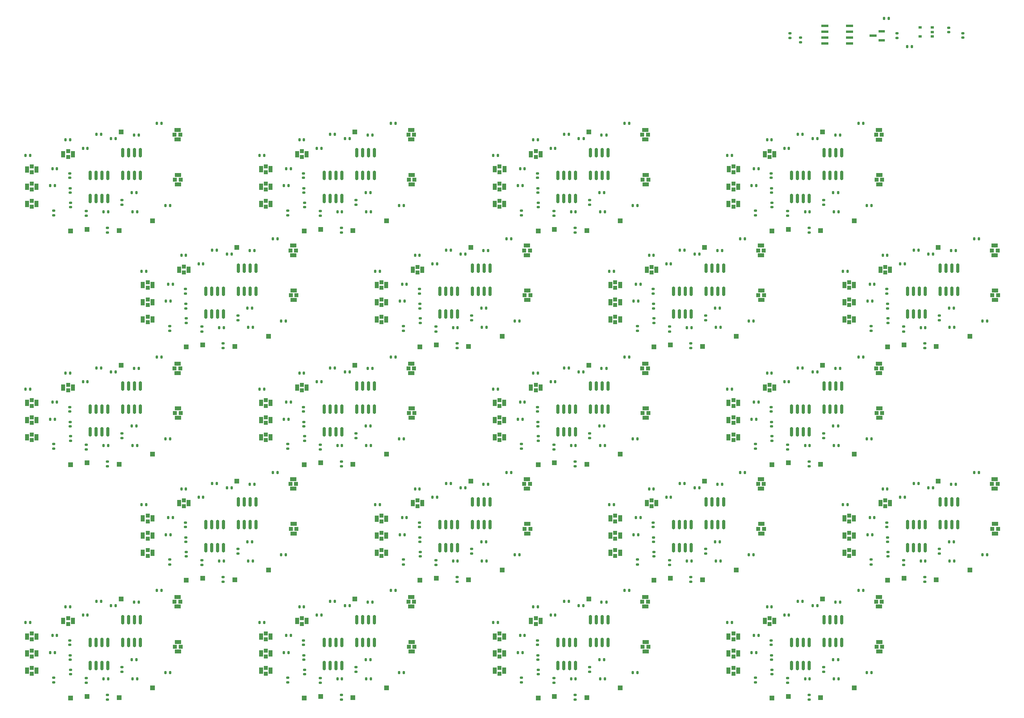
<source format=gbr>
%TF.GenerationSoftware,KiCad,Pcbnew,7.0.2*%
%TF.CreationDate,2023-07-28T09:12:55+01:00*%
%TF.ProjectId,Air quality project,41697220-7175-4616-9c69-74792070726f,rev?*%
%TF.SameCoordinates,Original*%
%TF.FileFunction,Paste,Bot*%
%TF.FilePolarity,Positive*%
%FSLAX46Y46*%
G04 Gerber Fmt 4.6, Leading zero omitted, Abs format (unit mm)*
G04 Created by KiCad (PCBNEW 7.0.2) date 2023-07-28 09:12:55*
%MOMM*%
%LPD*%
G01*
G04 APERTURE LIST*
G04 Aperture macros list*
%AMRoundRect*
0 Rectangle with rounded corners*
0 $1 Rounding radius*
0 $2 $3 $4 $5 $6 $7 $8 $9 X,Y pos of 4 corners*
0 Add a 4 corners polygon primitive as box body*
4,1,4,$2,$3,$4,$5,$6,$7,$8,$9,$2,$3,0*
0 Add four circle primitives for the rounded corners*
1,1,$1+$1,$2,$3*
1,1,$1+$1,$4,$5*
1,1,$1+$1,$6,$7*
1,1,$1+$1,$8,$9*
0 Add four rect primitives between the rounded corners*
20,1,$1+$1,$2,$3,$4,$5,0*
20,1,$1+$1,$4,$5,$6,$7,0*
20,1,$1+$1,$6,$7,$8,$9,0*
20,1,$1+$1,$8,$9,$2,$3,0*%
G04 Aperture macros list end*
%ADD10R,1.000000X1.000000*%
%ADD11RoundRect,0.135000X0.135000X0.185000X-0.135000X0.185000X-0.135000X-0.185000X0.135000X-0.185000X0*%
%ADD12RoundRect,0.135000X-0.135000X-0.185000X0.135000X-0.185000X0.135000X0.185000X-0.135000X0.185000X0*%
%ADD13RoundRect,0.140000X0.170000X-0.140000X0.170000X0.140000X-0.170000X0.140000X-0.170000X-0.140000X0*%
%ADD14R,0.863600X1.346200*%
%ADD15R,0.812800X0.812800*%
%ADD16R,1.346200X0.863600*%
%ADD17RoundRect,0.135000X0.185000X-0.135000X0.185000X0.135000X-0.185000X0.135000X-0.185000X-0.135000X0*%
%ADD18RoundRect,0.150000X-0.150000X0.825000X-0.150000X-0.825000X0.150000X-0.825000X0.150000X0.825000X0*%
%ADD19RoundRect,0.140000X-0.170000X0.140000X-0.170000X-0.140000X0.170000X-0.140000X0.170000X0.140000X0*%
%ADD20RoundRect,0.150000X0.150000X-0.825000X0.150000X0.825000X-0.150000X0.825000X-0.150000X-0.825000X0*%
%ADD21RoundRect,0.140000X0.140000X0.170000X-0.140000X0.170000X-0.140000X-0.170000X0.140000X-0.170000X0*%
%ADD22RoundRect,0.135000X-0.185000X0.135000X-0.185000X-0.135000X0.185000X-0.135000X0.185000X0.135000X0*%
%ADD23R,1.549400X0.558800*%
%ADD24R,0.800001X0.549999*%
%ADD25R,1.320800X0.558800*%
%ADD26R,1.587500X0.558800*%
G04 APERTURE END LIST*
D10*
%TO.C,TP4_17*%
X193170000Y-123290000D03*
%TD*%
D11*
%TO.C,R10_5*%
X81390000Y-127490000D03*
X80370000Y-127490000D03*
%TD*%
%TO.C,R11_4*%
X80930000Y-89450000D03*
X79910000Y-89450000D03*
%TD*%
D10*
%TO.C,TP5_8*%
X95710000Y-173380000D03*
%TD*%
D11*
%TO.C,R15_7*%
X88800000Y-113450000D03*
X87780000Y-113450000D03*
%TD*%
D10*
%TO.C,TP3_18*%
X204100000Y-152320000D03*
%TD*%
D11*
%TO.C,R3*%
X218400000Y-26810000D03*
X217380000Y-26810000D03*
%TD*%
D12*
%TO.C,R14_11*%
X148270000Y-51880000D03*
X149290000Y-51880000D03*
%TD*%
D13*
%TO.C,C6_17*%
X193010000Y-111780000D03*
X193010000Y-110820000D03*
%TD*%
D14*
%TO.C,U3_5*%
X59360000Y-138650000D03*
X57302600Y-138650000D03*
D15*
X58331300Y-138027700D03*
X58331300Y-139272300D03*
%TD*%
D16*
%TO.C,U37_3*%
X64860000Y-161620000D03*
X64860000Y-163677400D03*
D15*
X64237700Y-162648700D03*
X65482300Y-162648700D03*
%TD*%
D11*
%TO.C,R11_14*%
X181930000Y-89450000D03*
X180910000Y-89450000D03*
%TD*%
D10*
%TO.C,TP1_20*%
X235920000Y-146040000D03*
%TD*%
D17*
%TO.C,R9_14*%
X175670000Y-98110000D03*
X175670000Y-97090000D03*
%TD*%
D11*
%TO.C,R5_15*%
X189160000Y-142740000D03*
X188140000Y-142740000D03*
%TD*%
D14*
%TO.C,U40_9*%
X109860000Y-91880000D03*
X107802600Y-91880000D03*
D15*
X108831300Y-91257700D03*
X108831300Y-92502300D03*
%TD*%
D11*
%TO.C,R15_3*%
X38300000Y-163950000D03*
X37280000Y-163950000D03*
%TD*%
D18*
%TO.C,U2_1*%
X52960000Y-55800000D03*
X54230000Y-55800000D03*
X55500000Y-55800000D03*
X56770000Y-55800000D03*
X56770000Y-60750000D03*
X55500000Y-60750000D03*
X54230000Y-60750000D03*
X52960000Y-60750000D03*
%TD*%
D13*
%TO.C,C5_13*%
X142600000Y-165490000D03*
X142600000Y-164530000D03*
%TD*%
D10*
%TO.C,TP1_3*%
X59420000Y-171540000D03*
%TD*%
D12*
%TO.C,R4_15*%
X186340000Y-124980000D03*
X187360000Y-124980000D03*
%TD*%
D16*
%TO.C,U37_2*%
X64860000Y-111120000D03*
X64860000Y-113177400D03*
D15*
X64237700Y-112148700D03*
X65482300Y-112148700D03*
%TD*%
D17*
%TO.C,R8_15*%
X171090000Y-144970000D03*
X171090000Y-143950000D03*
%TD*%
D14*
%TO.C,U39_9*%
X109860000Y-84440000D03*
X107802600Y-84440000D03*
D15*
X108831300Y-83817700D03*
X108831300Y-85062300D03*
%TD*%
D10*
%TO.C,TP1_11*%
X160420000Y-70540000D03*
%TD*%
D12*
%TO.C,R14_17*%
X198770000Y-102380000D03*
X199790000Y-102380000D03*
%TD*%
D19*
%TO.C,C4_10*%
X117200000Y-142160000D03*
X117200000Y-143120000D03*
%TD*%
D12*
%TO.C,R6_12*%
X151450000Y-103270000D03*
X152470000Y-103270000D03*
%TD*%
D17*
%TO.C,R9_15*%
X175670000Y-148610000D03*
X175670000Y-147590000D03*
%TD*%
D16*
%TO.C,U36_2*%
X64780000Y-101420000D03*
X64780000Y-103477400D03*
D15*
X64157700Y-102448700D03*
X65402300Y-102448700D03*
%TD*%
D12*
%TO.C,R14_12*%
X148270000Y-102380000D03*
X149290000Y-102380000D03*
%TD*%
D10*
%TO.C,TP3_11*%
X153600000Y-51320000D03*
%TD*%
%TO.C,TP2_14*%
X178170000Y-97710000D03*
%TD*%
D11*
%TO.C,R10_17*%
X207890000Y-102490000D03*
X206870000Y-102490000D03*
%TD*%
D17*
%TO.C,R8_7*%
X95590000Y-119970000D03*
X95590000Y-118950000D03*
%TD*%
D20*
%TO.C,U4_5*%
X74740000Y-141210000D03*
X73470000Y-141210000D03*
X72200000Y-141210000D03*
X70930000Y-141210000D03*
X70930000Y-136260000D03*
X72200000Y-136260000D03*
X73470000Y-136260000D03*
X74740000Y-136260000D03*
%TD*%
D12*
%TO.C,R16_14*%
X157990000Y-81450000D03*
X159010000Y-81450000D03*
%TD*%
D14*
%TO.C,U40_2*%
X34360000Y-117370000D03*
X32302600Y-117370000D03*
D15*
X33331300Y-116747700D03*
X33331300Y-117992300D03*
%TD*%
D10*
%TO.C,TP3_14*%
X178600000Y-76320000D03*
%TD*%
D11*
%TO.C,R5_2*%
X63160000Y-117740000D03*
X62140000Y-117740000D03*
%TD*%
%TO.C,R10_8*%
X106890000Y-152990000D03*
X105870000Y-152990000D03*
%TD*%
D12*
%TO.C,R6_18*%
X201950000Y-153770000D03*
X202970000Y-153770000D03*
%TD*%
D18*
%TO.C,U2_6*%
X103460000Y-55800000D03*
X104730000Y-55800000D03*
X106000000Y-55800000D03*
X107270000Y-55800000D03*
X107270000Y-60750000D03*
X106000000Y-60750000D03*
X104730000Y-60750000D03*
X103460000Y-60750000D03*
%TD*%
D21*
%TO.C,C8_7*%
X92080000Y-103510000D03*
X91120000Y-103510000D03*
%TD*%
D10*
%TO.C,TP3_5*%
X77600000Y-126820000D03*
%TD*%
D14*
%TO.C,U3_13*%
X135360000Y-164150000D03*
X133302600Y-164150000D03*
D15*
X134331300Y-163527700D03*
X134331300Y-164772300D03*
%TD*%
D17*
%TO.C,R9_4*%
X74670000Y-98110000D03*
X74670000Y-97090000D03*
%TD*%
D19*
%TO.C,C4_12*%
X142700000Y-117160000D03*
X142700000Y-118120000D03*
%TD*%
D20*
%TO.C,U4_9*%
X125240000Y-90710000D03*
X123970000Y-90710000D03*
X122700000Y-90710000D03*
X121430000Y-90710000D03*
X121430000Y-85760000D03*
X122700000Y-85760000D03*
X123970000Y-85760000D03*
X125240000Y-85760000D03*
%TD*%
D12*
%TO.C,R4_11*%
X161340000Y-49480000D03*
X162360000Y-49480000D03*
%TD*%
%TO.C,R4_2*%
X60340000Y-99980000D03*
X61360000Y-99980000D03*
%TD*%
D10*
%TO.C,TP4_10*%
X117170000Y-148290000D03*
%TD*%
D13*
%TO.C,C6_10*%
X117010000Y-136780000D03*
X117010000Y-135820000D03*
%TD*%
D10*
%TO.C,TP4_3*%
X41670000Y-173790000D03*
%TD*%
D11*
%TO.C,R5_17*%
X214660000Y-117740000D03*
X213640000Y-117740000D03*
%TD*%
D14*
%TO.C,U38_7*%
X92678700Y-106622300D03*
X90621300Y-106622300D03*
D15*
X91650000Y-106000000D03*
X91650000Y-107244600D03*
%TD*%
D16*
%TO.C,U36_1*%
X64780000Y-50920000D03*
X64780000Y-52977400D03*
D15*
X64157700Y-51948700D03*
X65402300Y-51948700D03*
%TD*%
D10*
%TO.C,TP4_9*%
X117170000Y-97790000D03*
%TD*%
D14*
%TO.C,U3_6*%
X84858700Y-63157700D03*
X82801300Y-63157700D03*
D15*
X83830000Y-62535400D03*
X83830000Y-63780000D03*
%TD*%
D11*
%TO.C,R10_7*%
X106890000Y-102490000D03*
X105870000Y-102490000D03*
%TD*%
D21*
%TO.C,C9_11*%
X146340000Y-54850000D03*
X145380000Y-54850000D03*
%TD*%
D12*
%TO.C,R16_19*%
X208490000Y-81450000D03*
X209510000Y-81450000D03*
%TD*%
D16*
%TO.C,U36_9*%
X140280000Y-75920000D03*
X140280000Y-77977400D03*
D15*
X139657700Y-76948700D03*
X140902300Y-76948700D03*
%TD*%
D22*
%TO.C,R7_15*%
X164090000Y-143830000D03*
X164090000Y-144850000D03*
%TD*%
D12*
%TO.C,R16_5*%
X56990000Y-131950000D03*
X58010000Y-131950000D03*
%TD*%
D17*
%TO.C,R9_10*%
X125170000Y-148610000D03*
X125170000Y-147590000D03*
%TD*%
D18*
%TO.C,U2_12*%
X153960000Y-106300000D03*
X155230000Y-106300000D03*
X156500000Y-106300000D03*
X157770000Y-106300000D03*
X157770000Y-111250000D03*
X156500000Y-111250000D03*
X155230000Y-111250000D03*
X153960000Y-111250000D03*
%TD*%
D21*
%TO.C,C9_16*%
X196840000Y-54850000D03*
X195880000Y-54850000D03*
%TD*%
D11*
%TO.C,R15_17*%
X189800000Y-113450000D03*
X188780000Y-113450000D03*
%TD*%
%TO.C,R12_5*%
X81060000Y-144110000D03*
X80040000Y-144110000D03*
%TD*%
D10*
%TO.C,TP4_7*%
X92170000Y-123290000D03*
%TD*%
D14*
%TO.C,U3_18*%
X185860000Y-164150000D03*
X183802600Y-164150000D03*
D15*
X184831300Y-163527700D03*
X184831300Y-164772300D03*
%TD*%
D23*
%TO.C,CR1*%
X209920000Y-28400000D03*
X209920000Y-29670000D03*
X209920000Y-30940000D03*
X209920000Y-32210000D03*
X204560600Y-32210000D03*
X204560600Y-30940000D03*
X204560600Y-29670000D03*
X204560600Y-28400000D03*
%TD*%
D14*
%TO.C,U3_7*%
X84860000Y-113650000D03*
X82802600Y-113650000D03*
D15*
X83831300Y-113027700D03*
X83831300Y-114272300D03*
%TD*%
D17*
%TO.C,R13_13*%
X153820000Y-168050000D03*
X153820000Y-167030000D03*
%TD*%
D11*
%TO.C,R12_14*%
X182060000Y-93610000D03*
X181040000Y-93610000D03*
%TD*%
%TO.C,R12_18*%
X207560000Y-169610000D03*
X206540000Y-169610000D03*
%TD*%
D21*
%TO.C,C3_3*%
X49780000Y-169640000D03*
X48820000Y-169640000D03*
%TD*%
D10*
%TO.C,TP2_9*%
X127670000Y-97710000D03*
%TD*%
D21*
%TO.C,C3_15*%
X175780000Y-144140000D03*
X174820000Y-144140000D03*
%TD*%
D22*
%TO.C,R7_16*%
X189590000Y-68330000D03*
X189590000Y-69350000D03*
%TD*%
D17*
%TO.C,R8_14*%
X171090000Y-94470000D03*
X171090000Y-93450000D03*
%TD*%
D21*
%TO.C,C8_9*%
X117080000Y-78010000D03*
X116120000Y-78010000D03*
%TD*%
D11*
%TO.C,R5_19*%
X239660000Y-92240000D03*
X238640000Y-92240000D03*
%TD*%
D20*
%TO.C,U4_6*%
X100240000Y-65710000D03*
X98970000Y-65710000D03*
X97700000Y-65710000D03*
X96430000Y-65710000D03*
X96430000Y-60760000D03*
X97700000Y-60760000D03*
X98970000Y-60760000D03*
X100240000Y-60760000D03*
%TD*%
D17*
%TO.C,R13_14*%
X178820000Y-92050000D03*
X178820000Y-91030000D03*
%TD*%
%TO.C,R13_12*%
X153820000Y-117550000D03*
X153820000Y-116530000D03*
%TD*%
D14*
%TO.C,U39_13*%
X135358700Y-160442300D03*
X133301300Y-160442300D03*
D15*
X134330000Y-159820000D03*
X134330000Y-161064600D03*
%TD*%
D11*
%TO.C,R11_16*%
X207430000Y-64450000D03*
X206410000Y-64450000D03*
%TD*%
D14*
%TO.C,U3_9*%
X109860000Y-88160000D03*
X107802600Y-88160000D03*
D15*
X108831300Y-87537700D03*
X108831300Y-88782300D03*
%TD*%
D11*
%TO.C,R1*%
X223370000Y-32850000D03*
X222350000Y-32850000D03*
%TD*%
D10*
%TO.C,TP4_12*%
X142670000Y-123290000D03*
%TD*%
D21*
%TO.C,C7_10*%
X114260000Y-134750000D03*
X113300000Y-134750000D03*
%TD*%
D14*
%TO.C,U3_19*%
X210858700Y-88162300D03*
X208801300Y-88162300D03*
D15*
X209830000Y-87540000D03*
X209830000Y-88784600D03*
%TD*%
D11*
%TO.C,R12_4*%
X81060000Y-93610000D03*
X80040000Y-93610000D03*
%TD*%
D19*
%TO.C,C4_16*%
X193200000Y-66660000D03*
X193200000Y-67620000D03*
%TD*%
D11*
%TO.C,R15_12*%
X139300000Y-113450000D03*
X138280000Y-113450000D03*
%TD*%
D13*
%TO.C,C5_2*%
X41600000Y-114990000D03*
X41600000Y-114030000D03*
%TD*%
D14*
%TO.C,U3_16*%
X185857400Y-63160000D03*
X183800000Y-63160000D03*
D15*
X184828700Y-62537700D03*
X184828700Y-63782300D03*
%TD*%
D14*
%TO.C,U3_2*%
X34358700Y-113647700D03*
X32301300Y-113647700D03*
D15*
X33330000Y-113025400D03*
X33330000Y-114270000D03*
%TD*%
D11*
%TO.C,R12_6*%
X106560000Y-68610000D03*
X105540000Y-68610000D03*
%TD*%
%TO.C,R5_11*%
X164160000Y-67240000D03*
X163140000Y-67240000D03*
%TD*%
%TO.C,R10_14*%
X182390000Y-76990000D03*
X181370000Y-76990000D03*
%TD*%
D10*
%TO.C,TP2_5*%
X77170000Y-148210000D03*
%TD*%
D12*
%TO.C,R6_19*%
X226950000Y-77770000D03*
X227970000Y-77770000D03*
%TD*%
D10*
%TO.C,TP3_8*%
X103100000Y-152320000D03*
%TD*%
D21*
%TO.C,C3_8*%
X100280000Y-169640000D03*
X99320000Y-169640000D03*
%TD*%
%TO.C,C3_18*%
X201280000Y-169640000D03*
X200320000Y-169640000D03*
%TD*%
D10*
%TO.C,TP1_12*%
X160420000Y-121040000D03*
%TD*%
D21*
%TO.C,C8_13*%
X142580000Y-154010000D03*
X141620000Y-154010000D03*
%TD*%
%TO.C,C7_8*%
X89260000Y-160250000D03*
X88300000Y-160250000D03*
%TD*%
%TO.C,C8_11*%
X142580000Y-53010000D03*
X141620000Y-53010000D03*
%TD*%
D16*
%TO.C,U37_6*%
X115360000Y-60620000D03*
X115360000Y-62677400D03*
D15*
X114737700Y-61648700D03*
X115982300Y-61648700D03*
%TD*%
D10*
%TO.C,TP3_16*%
X204100000Y-51320000D03*
%TD*%
D16*
%TO.C,U36_3*%
X64780000Y-151920000D03*
X64780000Y-153977400D03*
D15*
X64157700Y-152948700D03*
X65402300Y-152948700D03*
%TD*%
D22*
%TO.C,R7_20*%
X214590000Y-143830000D03*
X214590000Y-144850000D03*
%TD*%
D14*
%TO.C,U40_15*%
X160358700Y-142372300D03*
X158301300Y-142372300D03*
D15*
X159330000Y-141750000D03*
X159330000Y-142994600D03*
%TD*%
D10*
%TO.C,TP5_16*%
X196710000Y-72380000D03*
%TD*%
D20*
%TO.C,U4_14*%
X175740000Y-90710000D03*
X174470000Y-90710000D03*
X173200000Y-90710000D03*
X171930000Y-90710000D03*
X171930000Y-85760000D03*
X173200000Y-85760000D03*
X174470000Y-85760000D03*
X175740000Y-85760000D03*
%TD*%
D11*
%TO.C,R11_12*%
X156930000Y-114950000D03*
X155910000Y-114950000D03*
%TD*%
%TO.C,R5_14*%
X189160000Y-92240000D03*
X188140000Y-92240000D03*
%TD*%
%TO.C,R10_4*%
X81390000Y-76990000D03*
X80370000Y-76990000D03*
%TD*%
D17*
%TO.C,R13_16*%
X204320000Y-67050000D03*
X204320000Y-66030000D03*
%TD*%
D14*
%TO.C,U38_19*%
X218678700Y-81122300D03*
X216621300Y-81122300D03*
D15*
X217650000Y-80500000D03*
X217650000Y-81744600D03*
%TD*%
D13*
%TO.C,C5_1*%
X41600000Y-64490000D03*
X41600000Y-63530000D03*
%TD*%
D17*
%TO.C,R9_7*%
X100170000Y-123610000D03*
X100170000Y-122590000D03*
%TD*%
D10*
%TO.C,TP1_1*%
X59420000Y-70540000D03*
%TD*%
D14*
%TO.C,U38_1*%
X42180000Y-56120000D03*
X40122600Y-56120000D03*
D15*
X41151300Y-55497700D03*
X41151300Y-56742300D03*
%TD*%
D10*
%TO.C,TP2_6*%
X102670000Y-72710000D03*
%TD*%
%TO.C,TP3_9*%
X128100000Y-76320000D03*
%TD*%
D12*
%TO.C,R16_17*%
X183490000Y-106950000D03*
X184510000Y-106950000D03*
%TD*%
D17*
%TO.C,R9_12*%
X150670000Y-123610000D03*
X150670000Y-122590000D03*
%TD*%
D10*
%TO.C,TP4_5*%
X66670000Y-148290000D03*
%TD*%
D19*
%TO.C,C4_7*%
X92200000Y-117160000D03*
X92200000Y-118120000D03*
%TD*%
D21*
%TO.C,C7_2*%
X38760000Y-109750000D03*
X37800000Y-109750000D03*
%TD*%
D12*
%TO.C,R16_20*%
X208490000Y-131950000D03*
X209510000Y-131950000D03*
%TD*%
D16*
%TO.C,U36_19*%
X241280000Y-75920000D03*
X241280000Y-77977400D03*
D15*
X240657700Y-76948700D03*
X241902300Y-76948700D03*
%TD*%
D10*
%TO.C,TP4_4*%
X66670000Y-97790000D03*
%TD*%
%TO.C,TP2_19*%
X228670000Y-97710000D03*
%TD*%
D12*
%TO.C,R4_16*%
X211840000Y-49480000D03*
X212860000Y-49480000D03*
%TD*%
D11*
%TO.C,R15_8*%
X88800000Y-163950000D03*
X87780000Y-163950000D03*
%TD*%
D19*
%TO.C,C4_13*%
X142700000Y-167660000D03*
X142700000Y-168620000D03*
%TD*%
D10*
%TO.C,TP5_12*%
X146210000Y-122880000D03*
%TD*%
D12*
%TO.C,R14_3*%
X47270000Y-152880000D03*
X48290000Y-152880000D03*
%TD*%
%TO.C,R16_18*%
X183490000Y-157450000D03*
X184510000Y-157450000D03*
%TD*%
%TO.C,R6_10*%
X125950000Y-128270000D03*
X126970000Y-128270000D03*
%TD*%
D13*
%TO.C,C6_19*%
X218010000Y-86280000D03*
X218010000Y-85320000D03*
%TD*%
D17*
%TO.C,R8_10*%
X120590000Y-144970000D03*
X120590000Y-143950000D03*
%TD*%
D12*
%TO.C,R14_8*%
X97770000Y-152880000D03*
X98790000Y-152880000D03*
%TD*%
%TO.C,R4_12*%
X161340000Y-99980000D03*
X162360000Y-99980000D03*
%TD*%
D22*
%TO.C,R7_6*%
X88590000Y-68330000D03*
X88590000Y-69350000D03*
%TD*%
D10*
%TO.C,TP5_3*%
X45210000Y-173380000D03*
%TD*%
D19*
%TO.C,C4_14*%
X167700000Y-91660000D03*
X167700000Y-92620000D03*
%TD*%
D21*
%TO.C,C9_3*%
X45340000Y-155850000D03*
X44380000Y-155850000D03*
%TD*%
D17*
%TO.C,R8_6*%
X95590000Y-69470000D03*
X95590000Y-68450000D03*
%TD*%
D10*
%TO.C,TP5_1*%
X45210000Y-72380000D03*
%TD*%
D18*
%TO.C,U2_13*%
X153960000Y-156800000D03*
X155230000Y-156800000D03*
X156500000Y-156800000D03*
X157770000Y-156800000D03*
X157770000Y-161750000D03*
X156500000Y-161750000D03*
X155230000Y-161750000D03*
X153960000Y-161750000D03*
%TD*%
D21*
%TO.C,C3_1*%
X49780000Y-68640000D03*
X48820000Y-68640000D03*
%TD*%
D17*
%TO.C,R9_2*%
X49670000Y-123610000D03*
X49670000Y-122590000D03*
%TD*%
D21*
%TO.C,C7_20*%
X215260000Y-134750000D03*
X214300000Y-134750000D03*
%TD*%
D10*
%TO.C,TP3_20*%
X229100000Y-126820000D03*
%TD*%
D14*
%TO.C,U39_12*%
X135358700Y-109937700D03*
X133301300Y-109937700D03*
D15*
X134330000Y-109315400D03*
X134330000Y-110560000D03*
%TD*%
D12*
%TO.C,R16_15*%
X157990000Y-131950000D03*
X159010000Y-131950000D03*
%TD*%
D18*
%TO.C,U2_18*%
X204460000Y-156800000D03*
X205730000Y-156800000D03*
X207000000Y-156800000D03*
X208270000Y-156800000D03*
X208270000Y-161750000D03*
X207000000Y-161750000D03*
X205730000Y-161750000D03*
X204460000Y-161750000D03*
%TD*%
D11*
%TO.C,R15_20*%
X214800000Y-138450000D03*
X213780000Y-138450000D03*
%TD*%
D17*
%TO.C,R13_5*%
X77820000Y-142550000D03*
X77820000Y-141530000D03*
%TD*%
%TO.C,R8_11*%
X146090000Y-69470000D03*
X146090000Y-68450000D03*
%TD*%
D12*
%TO.C,R6_13*%
X151450000Y-153770000D03*
X152470000Y-153770000D03*
%TD*%
D10*
%TO.C,TP2_2*%
X52170000Y-123210000D03*
%TD*%
%TO.C,TP4_18*%
X193170000Y-173790000D03*
%TD*%
%TO.C,TP1_5*%
X84420000Y-146040000D03*
%TD*%
D22*
%TO.C,R7_4*%
X63090000Y-93330000D03*
X63090000Y-94350000D03*
%TD*%
D16*
%TO.C,U37_19*%
X241360000Y-85630000D03*
X241360000Y-87687400D03*
D15*
X240737700Y-86658700D03*
X241982300Y-86658700D03*
%TD*%
D10*
%TO.C,TP3_19*%
X229100000Y-76320000D03*
%TD*%
D21*
%TO.C,C9_14*%
X171340000Y-79850000D03*
X170380000Y-79850000D03*
%TD*%
D12*
%TO.C,R4_13*%
X161340000Y-150480000D03*
X162360000Y-150480000D03*
%TD*%
D14*
%TO.C,U40_1*%
X34358700Y-66875700D03*
X32301300Y-66875700D03*
D15*
X33330000Y-66253400D03*
X33330000Y-67498000D03*
%TD*%
D13*
%TO.C,C6_8*%
X92010000Y-162280000D03*
X92010000Y-161320000D03*
%TD*%
D19*
%TO.C,C4_11*%
X142700000Y-66660000D03*
X142700000Y-67620000D03*
%TD*%
D14*
%TO.C,U38_17*%
X193680000Y-106620000D03*
X191622600Y-106620000D03*
D15*
X192651300Y-105997700D03*
X192651300Y-107242300D03*
%TD*%
D21*
%TO.C,C7_4*%
X63760000Y-84250000D03*
X62800000Y-84250000D03*
%TD*%
D10*
%TO.C,TP3_15*%
X178600000Y-126820000D03*
%TD*%
D22*
%TO.C,R7_11*%
X139090000Y-68330000D03*
X139090000Y-69350000D03*
%TD*%
D14*
%TO.C,U40_16*%
X185860000Y-66880000D03*
X183802600Y-66880000D03*
D15*
X184831300Y-66257700D03*
X184831300Y-67502300D03*
%TD*%
D11*
%TO.C,R15_2*%
X38300000Y-113450000D03*
X37280000Y-113450000D03*
%TD*%
D19*
%TO.C,C4_4*%
X66700000Y-91660000D03*
X66700000Y-92620000D03*
%TD*%
D16*
%TO.C,U37_9*%
X140360000Y-85620000D03*
X140360000Y-87677400D03*
D15*
X139737700Y-86648700D03*
X140982300Y-86648700D03*
%TD*%
D19*
%TO.C,C4_17*%
X193200000Y-117160000D03*
X193200000Y-118120000D03*
%TD*%
D11*
%TO.C,R12_8*%
X106560000Y-169610000D03*
X105540000Y-169610000D03*
%TD*%
%TO.C,R5_4*%
X88160000Y-92240000D03*
X87140000Y-92240000D03*
%TD*%
%TO.C,R12_12*%
X157060000Y-119110000D03*
X156040000Y-119110000D03*
%TD*%
%TO.C,R11_11*%
X156930000Y-64450000D03*
X155910000Y-64450000D03*
%TD*%
D10*
%TO.C,TP3_4*%
X77600000Y-76320000D03*
%TD*%
D21*
%TO.C,C9_4*%
X70340000Y-79850000D03*
X69380000Y-79850000D03*
%TD*%
D12*
%TO.C,R4_4*%
X85340000Y-74480000D03*
X86360000Y-74480000D03*
%TD*%
D24*
%TO.C,U44*%
X227750001Y-28759999D03*
X227750001Y-29710000D03*
X227750001Y-30659998D03*
X225200001Y-30659998D03*
X225200001Y-28759999D03*
%TD*%
D14*
%TO.C,U39_17*%
X185858700Y-109937700D03*
X183801300Y-109937700D03*
D15*
X184830000Y-109315400D03*
X184830000Y-110560000D03*
%TD*%
D19*
%TO.C,C2*%
X231340000Y-28790000D03*
X231340000Y-29750000D03*
%TD*%
D12*
%TO.C,R16_9*%
X107490000Y-81450000D03*
X108510000Y-81450000D03*
%TD*%
D22*
%TO.C,R_CLK*%
X197040000Y-30000000D03*
X197040000Y-31020000D03*
%TD*%
D13*
%TO.C,C5_19*%
X218100000Y-89490000D03*
X218100000Y-88530000D03*
%TD*%
D21*
%TO.C,C3_4*%
X74780000Y-93640000D03*
X73820000Y-93640000D03*
%TD*%
D13*
%TO.C,C5_8*%
X92100000Y-165490000D03*
X92100000Y-164530000D03*
%TD*%
D11*
%TO.C,R5_10*%
X138660000Y-142740000D03*
X137640000Y-142740000D03*
%TD*%
D10*
%TO.C,TP5_11*%
X146210000Y-72380000D03*
%TD*%
D17*
%TO.C,R9_6*%
X100170000Y-73110000D03*
X100170000Y-72090000D03*
%TD*%
D16*
%TO.C,U36_8*%
X115280000Y-151920000D03*
X115280000Y-153977400D03*
D15*
X114657700Y-152948700D03*
X115902300Y-152948700D03*
%TD*%
D22*
%TO.C,R7_14*%
X164090000Y-93330000D03*
X164090000Y-94350000D03*
%TD*%
D14*
%TO.C,U40_10*%
X109860000Y-142370000D03*
X107802600Y-142370000D03*
D15*
X108831300Y-141747700D03*
X108831300Y-142992300D03*
%TD*%
D14*
%TO.C,U39_1*%
X34358700Y-59440100D03*
X32301300Y-59440100D03*
D15*
X33330000Y-58817800D03*
X33330000Y-60062400D03*
%TD*%
D11*
%TO.C,R10_2*%
X56390000Y-102490000D03*
X55370000Y-102490000D03*
%TD*%
%TO.C,R11_8*%
X106430000Y-165450000D03*
X105410000Y-165450000D03*
%TD*%
D17*
%TO.C,R9_5*%
X74670000Y-148610000D03*
X74670000Y-147590000D03*
%TD*%
D11*
%TO.C,R11_5*%
X80930000Y-139950000D03*
X79910000Y-139950000D03*
%TD*%
D17*
%TO.C,R9_8*%
X100170000Y-174110000D03*
X100170000Y-173090000D03*
%TD*%
D19*
%TO.C,C4_9*%
X117200000Y-91660000D03*
X117200000Y-92620000D03*
%TD*%
D11*
%TO.C,R11_1*%
X55930000Y-64450000D03*
X54910000Y-64450000D03*
%TD*%
%TO.C,R12_7*%
X106560000Y-119110000D03*
X105540000Y-119110000D03*
%TD*%
D17*
%TO.C,R8_4*%
X70090000Y-94470000D03*
X70090000Y-93450000D03*
%TD*%
D22*
%TO.C,R7_2*%
X38090000Y-118830000D03*
X38090000Y-119850000D03*
%TD*%
D16*
%TO.C,U37_4*%
X89860000Y-85620000D03*
X89860000Y-87677400D03*
D15*
X89237700Y-86648700D03*
X90482300Y-86648700D03*
%TD*%
D19*
%TO.C,C4_1*%
X41700000Y-66660000D03*
X41700000Y-67620000D03*
%TD*%
D14*
%TO.C,U40_12*%
X135358700Y-117367700D03*
X133301300Y-117367700D03*
D15*
X134330000Y-116745400D03*
X134330000Y-117990000D03*
%TD*%
D21*
%TO.C,C8_16*%
X193080000Y-53010000D03*
X192120000Y-53010000D03*
%TD*%
D17*
%TO.C,R8_13*%
X146090000Y-170470000D03*
X146090000Y-169450000D03*
%TD*%
D14*
%TO.C,U38_4*%
X67180000Y-81120000D03*
X65122600Y-81120000D03*
D15*
X66151300Y-80497700D03*
X66151300Y-81742300D03*
%TD*%
D21*
%TO.C,C9_20*%
X221840000Y-130350000D03*
X220880000Y-130350000D03*
%TD*%
D10*
%TO.C,TP2_15*%
X178170000Y-148210000D03*
%TD*%
D17*
%TO.C,R13_15*%
X178820000Y-142550000D03*
X178820000Y-141530000D03*
%TD*%
D11*
%TO.C,R5_3*%
X63160000Y-168240000D03*
X62140000Y-168240000D03*
%TD*%
D13*
%TO.C,C5_16*%
X193100000Y-64490000D03*
X193100000Y-63530000D03*
%TD*%
D16*
%TO.C,U36_4*%
X89780000Y-75920000D03*
X89780000Y-77977400D03*
D15*
X89157700Y-76948700D03*
X90402300Y-76948700D03*
%TD*%
D12*
%TO.C,R14_10*%
X122770000Y-127380000D03*
X123790000Y-127380000D03*
%TD*%
D10*
%TO.C,TP5_6*%
X95710000Y-72380000D03*
%TD*%
D12*
%TO.C,R14_19*%
X223770000Y-76880000D03*
X224790000Y-76880000D03*
%TD*%
%TO.C,R6_16*%
X201960000Y-52770000D03*
X202980000Y-52770000D03*
%TD*%
D13*
%TO.C,C6_2*%
X41510000Y-111780000D03*
X41510000Y-110820000D03*
%TD*%
D12*
%TO.C,R6_5*%
X75450000Y-128270000D03*
X76470000Y-128270000D03*
%TD*%
D21*
%TO.C,C7_1*%
X38760000Y-59250000D03*
X37800000Y-59250000D03*
%TD*%
D18*
%TO.C,U2_14*%
X178960000Y-80800000D03*
X180230000Y-80800000D03*
X181500000Y-80800000D03*
X182770000Y-80800000D03*
X182770000Y-85750000D03*
X181500000Y-85750000D03*
X180230000Y-85750000D03*
X178960000Y-85750000D03*
%TD*%
D17*
%TO.C,R2*%
X220200000Y-30990000D03*
X220200000Y-29970000D03*
%TD*%
%TO.C,R8_2*%
X45090000Y-119970000D03*
X45090000Y-118950000D03*
%TD*%
D10*
%TO.C,TP2_18*%
X203670000Y-173710000D03*
%TD*%
D22*
%TO.C,R7_1*%
X38090000Y-68330000D03*
X38090000Y-69350000D03*
%TD*%
D21*
%TO.C,C8_8*%
X92080000Y-154010000D03*
X91120000Y-154010000D03*
%TD*%
D13*
%TO.C,C6_6*%
X92010000Y-61280000D03*
X92010000Y-60320000D03*
%TD*%
D17*
%TO.C,R8_20*%
X221590000Y-144970000D03*
X221590000Y-143950000D03*
%TD*%
D14*
%TO.C,U40_11*%
X135360000Y-66880000D03*
X133302600Y-66880000D03*
D15*
X134331300Y-66257700D03*
X134331300Y-67502300D03*
%TD*%
D11*
%TO.C,R12_16*%
X207560000Y-68610000D03*
X206540000Y-68610000D03*
%TD*%
D21*
%TO.C,C9_6*%
X95840000Y-54850000D03*
X94880000Y-54850000D03*
%TD*%
D13*
%TO.C,C5_11*%
X142600000Y-64490000D03*
X142600000Y-63530000D03*
%TD*%
D10*
%TO.C,TP3_3*%
X52600000Y-152320000D03*
%TD*%
D16*
%TO.C,U37_20*%
X241360000Y-136120000D03*
X241360000Y-138177400D03*
D15*
X240737700Y-137148700D03*
X241982300Y-137148700D03*
%TD*%
D11*
%TO.C,R5_12*%
X164160000Y-117740000D03*
X163140000Y-117740000D03*
%TD*%
%TO.C,R11_9*%
X131430000Y-89450000D03*
X130410000Y-89450000D03*
%TD*%
D14*
%TO.C,U39_18*%
X185858700Y-160442300D03*
X183801300Y-160442300D03*
D15*
X184830000Y-159820000D03*
X184830000Y-161064600D03*
%TD*%
D12*
%TO.C,R16_1*%
X31990000Y-56450000D03*
X33010000Y-56450000D03*
%TD*%
D14*
%TO.C,U3_15*%
X160360000Y-138650000D03*
X158302600Y-138650000D03*
D15*
X159331300Y-138027700D03*
X159331300Y-139272300D03*
%TD*%
D21*
%TO.C,C7_3*%
X38760000Y-160250000D03*
X37800000Y-160250000D03*
%TD*%
D11*
%TO.C,R10_13*%
X157390000Y-152990000D03*
X156370000Y-152990000D03*
%TD*%
D10*
%TO.C,TP2_16*%
X203670000Y-72710000D03*
%TD*%
D14*
%TO.C,U38_10*%
X117678700Y-131617700D03*
X115621300Y-131617700D03*
D15*
X116650000Y-130995400D03*
X116650000Y-132240000D03*
%TD*%
D21*
%TO.C,C3_13*%
X150780000Y-169640000D03*
X149820000Y-169640000D03*
%TD*%
D22*
%TO.C,R7_19*%
X214590000Y-93330000D03*
X214590000Y-94350000D03*
%TD*%
D13*
%TO.C,C6_13*%
X142510000Y-162280000D03*
X142510000Y-161320000D03*
%TD*%
D20*
%TO.C,U4_12*%
X150740000Y-116210000D03*
X149470000Y-116210000D03*
X148200000Y-116210000D03*
X146930000Y-116210000D03*
X146930000Y-111260000D03*
X148200000Y-111260000D03*
X149470000Y-111260000D03*
X150740000Y-111260000D03*
%TD*%
D10*
%TO.C,TP1_10*%
X134920000Y-146040000D03*
%TD*%
D16*
%TO.C,U36_16*%
X216280000Y-50930000D03*
X216280000Y-52987400D03*
D15*
X215657700Y-51958700D03*
X216902300Y-51958700D03*
%TD*%
D21*
%TO.C,C9_17*%
X196840000Y-105350000D03*
X195880000Y-105350000D03*
%TD*%
D18*
%TO.C,U2_5*%
X77960000Y-131300000D03*
X79230000Y-131300000D03*
X80500000Y-131300000D03*
X81770000Y-131300000D03*
X81770000Y-136250000D03*
X80500000Y-136250000D03*
X79230000Y-136250000D03*
X77960000Y-136250000D03*
%TD*%
D11*
%TO.C,R10_11*%
X157390000Y-51990000D03*
X156370000Y-51990000D03*
%TD*%
%TO.C,R5_5*%
X88160000Y-142740000D03*
X87140000Y-142740000D03*
%TD*%
D12*
%TO.C,R4_19*%
X236840000Y-74480000D03*
X237860000Y-74480000D03*
%TD*%
D13*
%TO.C,C6_4*%
X66510000Y-86280000D03*
X66510000Y-85320000D03*
%TD*%
D10*
%TO.C,TP2_4*%
X77170000Y-97710000D03*
%TD*%
D17*
%TO.C,R13_3*%
X52820000Y-168050000D03*
X52820000Y-167030000D03*
%TD*%
D19*
%TO.C,C4_8*%
X92200000Y-167660000D03*
X92200000Y-168620000D03*
%TD*%
D12*
%TO.C,R4_1*%
X60340000Y-49480000D03*
X61360000Y-49480000D03*
%TD*%
D21*
%TO.C,C8_12*%
X142580000Y-103510000D03*
X141620000Y-103510000D03*
%TD*%
%TO.C,C7_17*%
X190260000Y-109750000D03*
X189300000Y-109750000D03*
%TD*%
D17*
%TO.C,R9_3*%
X49670000Y-174110000D03*
X49670000Y-173090000D03*
%TD*%
D12*
%TO.C,R14_14*%
X173270000Y-76880000D03*
X174290000Y-76880000D03*
%TD*%
%TO.C,R6_14*%
X176450000Y-77770000D03*
X177470000Y-77770000D03*
%TD*%
D14*
%TO.C,U38_15*%
X168178700Y-131617700D03*
X166121300Y-131617700D03*
D15*
X167150000Y-130995400D03*
X167150000Y-132240000D03*
%TD*%
D21*
%TO.C,C8_15*%
X167580000Y-128510000D03*
X166620000Y-128510000D03*
%TD*%
%TO.C,C3_9*%
X125280000Y-93640000D03*
X124320000Y-93640000D03*
%TD*%
%TO.C,C8_2*%
X41580000Y-103510000D03*
X40620000Y-103510000D03*
%TD*%
D14*
%TO.C,U40_17*%
X185858700Y-117367700D03*
X183801300Y-117367700D03*
D15*
X184830000Y-116745400D03*
X184830000Y-117990000D03*
%TD*%
D10*
%TO.C,TP4_20*%
X218170000Y-148290000D03*
%TD*%
D17*
%TO.C,R9_17*%
X201170000Y-123610000D03*
X201170000Y-122590000D03*
%TD*%
D12*
%TO.C,R6_6*%
X100960000Y-52770000D03*
X101980000Y-52770000D03*
%TD*%
D20*
%TO.C,U4_3*%
X49740000Y-166710000D03*
X48470000Y-166710000D03*
X47200000Y-166710000D03*
X45930000Y-166710000D03*
X45930000Y-161760000D03*
X47200000Y-161760000D03*
X48470000Y-161760000D03*
X49740000Y-161760000D03*
%TD*%
D11*
%TO.C,R10_19*%
X232890000Y-76990000D03*
X231870000Y-76990000D03*
%TD*%
D12*
%TO.C,R4_7*%
X110840000Y-99980000D03*
X111860000Y-99980000D03*
%TD*%
D10*
%TO.C,TP1_9*%
X134920000Y-95540000D03*
%TD*%
D12*
%TO.C,R6_2*%
X50450000Y-103270000D03*
X51470000Y-103270000D03*
%TD*%
D16*
%TO.C,U36_7*%
X115280000Y-101420000D03*
X115280000Y-103477400D03*
D15*
X114657700Y-102448700D03*
X115902300Y-102448700D03*
%TD*%
D21*
%TO.C,C8_20*%
X218080000Y-128510000D03*
X217120000Y-128510000D03*
%TD*%
D16*
%TO.C,U37_8*%
X115360000Y-161620000D03*
X115360000Y-163677400D03*
D15*
X114737700Y-162648700D03*
X115982300Y-162648700D03*
%TD*%
D13*
%TO.C,C6_12*%
X142510000Y-111780000D03*
X142510000Y-110820000D03*
%TD*%
D18*
%TO.C,U2_16*%
X204460000Y-55800000D03*
X205730000Y-55800000D03*
X207000000Y-55800000D03*
X208270000Y-55800000D03*
X208270000Y-60750000D03*
X207000000Y-60750000D03*
X205730000Y-60750000D03*
X204460000Y-60750000D03*
%TD*%
D13*
%TO.C,C6_7*%
X92010000Y-111780000D03*
X92010000Y-110820000D03*
%TD*%
D16*
%TO.C,U36_5*%
X89780000Y-126420000D03*
X89780000Y-128477400D03*
D15*
X89157700Y-127448700D03*
X90402300Y-127448700D03*
%TD*%
D22*
%TO.C,R7_3*%
X38090000Y-169330000D03*
X38090000Y-170350000D03*
%TD*%
D13*
%TO.C,C1*%
X234370000Y-30940000D03*
X234370000Y-29980000D03*
%TD*%
D18*
%TO.C,U2_11*%
X153960000Y-55800000D03*
X155230000Y-55800000D03*
X156500000Y-55800000D03*
X157770000Y-55800000D03*
X157770000Y-60750000D03*
X156500000Y-60750000D03*
X155230000Y-60750000D03*
X153960000Y-60750000D03*
%TD*%
D13*
%TO.C,C6_5*%
X66510000Y-136780000D03*
X66510000Y-135820000D03*
%TD*%
D11*
%TO.C,R11_3*%
X55930000Y-165450000D03*
X54910000Y-165450000D03*
%TD*%
D20*
%TO.C,U4_18*%
X201240000Y-166710000D03*
X199970000Y-166710000D03*
X198700000Y-166710000D03*
X197430000Y-166710000D03*
X197430000Y-161760000D03*
X198700000Y-161760000D03*
X199970000Y-161760000D03*
X201240000Y-161760000D03*
%TD*%
D11*
%TO.C,R5_6*%
X113660000Y-67240000D03*
X112640000Y-67240000D03*
%TD*%
D10*
%TO.C,TP1_8*%
X109920000Y-171540000D03*
%TD*%
D11*
%TO.C,R12_9*%
X131560000Y-93610000D03*
X130540000Y-93610000D03*
%TD*%
D21*
%TO.C,C9_1*%
X45340000Y-54850000D03*
X44380000Y-54850000D03*
%TD*%
D13*
%TO.C,C5_3*%
X41600000Y-165490000D03*
X41600000Y-164530000D03*
%TD*%
D21*
%TO.C,C7_7*%
X89260000Y-109750000D03*
X88300000Y-109750000D03*
%TD*%
D10*
%TO.C,TP2_1*%
X52170000Y-72710000D03*
%TD*%
D16*
%TO.C,U36_18*%
X216280000Y-151920000D03*
X216280000Y-153977400D03*
D15*
X215657700Y-152948700D03*
X216902300Y-152948700D03*
%TD*%
D14*
%TO.C,U3_10*%
X109860000Y-138650000D03*
X107802600Y-138650000D03*
D15*
X108831300Y-138027700D03*
X108831300Y-139272300D03*
%TD*%
D20*
%TO.C,U4_8*%
X100240000Y-166710000D03*
X98970000Y-166710000D03*
X97700000Y-166710000D03*
X96430000Y-166710000D03*
X96430000Y-161760000D03*
X97700000Y-161760000D03*
X98970000Y-161760000D03*
X100240000Y-161760000D03*
%TD*%
D14*
%TO.C,U38_6*%
X92678700Y-56127700D03*
X90621300Y-56127700D03*
D15*
X91650000Y-55505400D03*
X91650000Y-56750000D03*
%TD*%
D10*
%TO.C,TP4_14*%
X167670000Y-97790000D03*
%TD*%
D11*
%TO.C,R15_18*%
X189800000Y-163950000D03*
X188780000Y-163950000D03*
%TD*%
D19*
%TO.C,C4_18*%
X193200000Y-167660000D03*
X193200000Y-168620000D03*
%TD*%
D13*
%TO.C,C6_3*%
X41510000Y-162280000D03*
X41510000Y-161320000D03*
%TD*%
D10*
%TO.C,TP1_16*%
X210920000Y-70540000D03*
%TD*%
D16*
%TO.C,U36_12*%
X165780000Y-101420000D03*
X165780000Y-103477400D03*
D15*
X165157700Y-102448700D03*
X166402300Y-102448700D03*
%TD*%
D19*
%TO.C,C4_6*%
X92200000Y-66660000D03*
X92200000Y-67620000D03*
%TD*%
D21*
%TO.C,C3_14*%
X175780000Y-93640000D03*
X174820000Y-93640000D03*
%TD*%
D17*
%TO.C,R9_20*%
X226170000Y-148610000D03*
X226170000Y-147590000D03*
%TD*%
D16*
%TO.C,U37_12*%
X165860000Y-111120000D03*
X165860000Y-113177400D03*
D15*
X165237700Y-112148700D03*
X166482300Y-112148700D03*
%TD*%
D17*
%TO.C,R8_8*%
X95590000Y-170470000D03*
X95590000Y-169450000D03*
%TD*%
%TO.C,R13_11*%
X153820000Y-67050000D03*
X153820000Y-66030000D03*
%TD*%
%TO.C,R8_17*%
X196590000Y-119970000D03*
X196590000Y-118950000D03*
%TD*%
D11*
%TO.C,R11_15*%
X181930000Y-139950000D03*
X180910000Y-139950000D03*
%TD*%
D14*
%TO.C,U39_11*%
X135380000Y-59410000D03*
X133322600Y-59410000D03*
D15*
X134351300Y-58787700D03*
X134351300Y-60032300D03*
%TD*%
D21*
%TO.C,C9_5*%
X70340000Y-130350000D03*
X69380000Y-130350000D03*
%TD*%
D10*
%TO.C,TP2_8*%
X102670000Y-173710000D03*
%TD*%
D20*
%TO.C,U4_10*%
X125240000Y-141210000D03*
X123970000Y-141210000D03*
X122700000Y-141210000D03*
X121430000Y-141210000D03*
X121430000Y-136260000D03*
X122700000Y-136260000D03*
X123970000Y-136260000D03*
X125240000Y-136260000D03*
%TD*%
D14*
%TO.C,U3_17*%
X185857400Y-113650000D03*
X183800000Y-113650000D03*
D15*
X184828700Y-113027700D03*
X184828700Y-114272300D03*
%TD*%
D19*
%TO.C,C4_19*%
X218200000Y-91660000D03*
X218200000Y-92620000D03*
%TD*%
D20*
%TO.C,U4_13*%
X150740000Y-166710000D03*
X149470000Y-166710000D03*
X148200000Y-166710000D03*
X146930000Y-166710000D03*
X146930000Y-161760000D03*
X148200000Y-161760000D03*
X149470000Y-161760000D03*
X150740000Y-161760000D03*
%TD*%
D21*
%TO.C,C9_19*%
X221840000Y-79850000D03*
X220880000Y-79850000D03*
%TD*%
D12*
%TO.C,R16_13*%
X132990000Y-157450000D03*
X134010000Y-157450000D03*
%TD*%
D18*
%TO.C,U2_4*%
X77960000Y-80800000D03*
X79230000Y-80800000D03*
X80500000Y-80800000D03*
X81770000Y-80800000D03*
X81770000Y-85750000D03*
X80500000Y-85750000D03*
X79230000Y-85750000D03*
X77960000Y-85750000D03*
%TD*%
D10*
%TO.C,TP1_4*%
X84420000Y-95540000D03*
%TD*%
D11*
%TO.C,R12_20*%
X232560000Y-144110000D03*
X231540000Y-144110000D03*
%TD*%
D12*
%TO.C,R16_6*%
X82490000Y-56450000D03*
X83510000Y-56450000D03*
%TD*%
D17*
%TO.C,R9_16*%
X201170000Y-73110000D03*
X201170000Y-72090000D03*
%TD*%
D11*
%TO.C,R5_7*%
X113660000Y-117740000D03*
X112640000Y-117740000D03*
%TD*%
D17*
%TO.C,R9_13*%
X150670000Y-174110000D03*
X150670000Y-173090000D03*
%TD*%
D13*
%TO.C,C6_9*%
X117010000Y-86280000D03*
X117010000Y-85320000D03*
%TD*%
D21*
%TO.C,C8_14*%
X167580000Y-78010000D03*
X166620000Y-78010000D03*
%TD*%
D17*
%TO.C,R8_16*%
X196590000Y-69470000D03*
X196590000Y-68450000D03*
%TD*%
D21*
%TO.C,C9_9*%
X120840000Y-79850000D03*
X119880000Y-79850000D03*
%TD*%
D14*
%TO.C,U39_3*%
X34360000Y-160440000D03*
X32302600Y-160440000D03*
D15*
X33331300Y-159817700D03*
X33331300Y-161062300D03*
%TD*%
D14*
%TO.C,U3_4*%
X59358700Y-88160000D03*
X57301300Y-88160000D03*
D15*
X58330000Y-87537700D03*
X58330000Y-88782300D03*
%TD*%
D11*
%TO.C,R12_11*%
X157060000Y-68610000D03*
X156040000Y-68610000D03*
%TD*%
D10*
%TO.C,TP2_11*%
X153170000Y-72710000D03*
%TD*%
D11*
%TO.C,R12_10*%
X131560000Y-144110000D03*
X130540000Y-144110000D03*
%TD*%
D10*
%TO.C,TP4_15*%
X167670000Y-148290000D03*
%TD*%
D14*
%TO.C,U38_2*%
X42180000Y-106620000D03*
X40122600Y-106620000D03*
D15*
X41151300Y-105997700D03*
X41151300Y-107242300D03*
%TD*%
D14*
%TO.C,U38_11*%
X143178700Y-56127700D03*
X141121300Y-56127700D03*
D15*
X142150000Y-55505400D03*
X142150000Y-56750000D03*
%TD*%
D16*
%TO.C,U36_20*%
X241280000Y-126420000D03*
X241280000Y-128477400D03*
D15*
X240657700Y-127448700D03*
X241902300Y-127448700D03*
%TD*%
D18*
%TO.C,U2_15*%
X178960000Y-131300000D03*
X180230000Y-131300000D03*
X181500000Y-131300000D03*
X182770000Y-131300000D03*
X182770000Y-136250000D03*
X181500000Y-136250000D03*
X180230000Y-136250000D03*
X178960000Y-136250000D03*
%TD*%
D21*
%TO.C,C7_15*%
X164760000Y-134750000D03*
X163800000Y-134750000D03*
%TD*%
D22*
%TO.C,R7_8*%
X88590000Y-169330000D03*
X88590000Y-170350000D03*
%TD*%
D10*
%TO.C,TP2_13*%
X153170000Y-173710000D03*
%TD*%
D22*
%TO.C,R7_18*%
X189590000Y-169330000D03*
X189590000Y-170350000D03*
%TD*%
%TO.C,R7_5*%
X63090000Y-143830000D03*
X63090000Y-144850000D03*
%TD*%
D12*
%TO.C,R6_4*%
X75450000Y-77770000D03*
X76470000Y-77770000D03*
%TD*%
D10*
%TO.C,TP1_7*%
X109920000Y-121040000D03*
%TD*%
D25*
%TO.C,U1*%
X216870000Y-29579999D03*
X216870000Y-31480001D03*
D26*
X214971350Y-30530000D03*
%TD*%
D20*
%TO.C,U4_20*%
X226240000Y-141210000D03*
X224970000Y-141210000D03*
X223700000Y-141210000D03*
X222430000Y-141210000D03*
X222430000Y-136260000D03*
X223700000Y-136260000D03*
X224970000Y-136260000D03*
X226240000Y-136260000D03*
%TD*%
D21*
%TO.C,C9_12*%
X146340000Y-105350000D03*
X145380000Y-105350000D03*
%TD*%
D11*
%TO.C,R12_2*%
X56060000Y-119110000D03*
X55040000Y-119110000D03*
%TD*%
D17*
%TO.C,R13_8*%
X103320000Y-168050000D03*
X103320000Y-167030000D03*
%TD*%
D10*
%TO.C,TP5_9*%
X120710000Y-97380000D03*
%TD*%
%TO.C,TP1_19*%
X235920000Y-95540000D03*
%TD*%
D17*
%TO.C,R13_9*%
X128320000Y-92050000D03*
X128320000Y-91030000D03*
%TD*%
D20*
%TO.C,U2_19*%
X226240000Y-90710000D03*
X224970000Y-90710000D03*
X223700000Y-90710000D03*
X222430000Y-90710000D03*
X222430000Y-85760000D03*
X223700000Y-85760000D03*
X224970000Y-85760000D03*
X226240000Y-85760000D03*
%TD*%
D18*
%TO.C,U2_2*%
X52960000Y-106300000D03*
X54230000Y-106300000D03*
X55500000Y-106300000D03*
X56770000Y-106300000D03*
X56770000Y-111250000D03*
X55500000Y-111250000D03*
X54230000Y-111250000D03*
X52960000Y-111250000D03*
%TD*%
D12*
%TO.C,R14_6*%
X97770000Y-51880000D03*
X98790000Y-51880000D03*
%TD*%
%TO.C,R16_8*%
X82490000Y-157450000D03*
X83510000Y-157450000D03*
%TD*%
D16*
%TO.C,U37_14*%
X190862300Y-85621300D03*
X190862300Y-87678700D03*
D15*
X190240000Y-86650000D03*
X191484600Y-86650000D03*
%TD*%
D18*
%TO.C,U2_10*%
X128460000Y-131300000D03*
X129730000Y-131300000D03*
X131000000Y-131300000D03*
X132270000Y-131300000D03*
X132270000Y-136250000D03*
X131000000Y-136250000D03*
X129730000Y-136250000D03*
X128460000Y-136250000D03*
%TD*%
D12*
%TO.C,R4_17*%
X211840000Y-99980000D03*
X212860000Y-99980000D03*
%TD*%
D10*
%TO.C,TP5_13*%
X146210000Y-173380000D03*
%TD*%
D14*
%TO.C,U39_6*%
X84870000Y-59410000D03*
X82812600Y-59410000D03*
D15*
X83841300Y-58787700D03*
X83841300Y-60032300D03*
%TD*%
D13*
%TO.C,C6_15*%
X167510000Y-136780000D03*
X167510000Y-135820000D03*
%TD*%
D17*
%TO.C,R13_7*%
X103320000Y-117550000D03*
X103320000Y-116530000D03*
%TD*%
D10*
%TO.C,TP2_12*%
X153170000Y-123210000D03*
%TD*%
D18*
%TO.C,U2_9*%
X128460000Y-80800000D03*
X129730000Y-80800000D03*
X131000000Y-80800000D03*
X132270000Y-80800000D03*
X132270000Y-85750000D03*
X131000000Y-85750000D03*
X129730000Y-85750000D03*
X128460000Y-85750000D03*
%TD*%
D10*
%TO.C,TP3_10*%
X128100000Y-126820000D03*
%TD*%
D21*
%TO.C,C7_18*%
X190260000Y-160250000D03*
X189300000Y-160250000D03*
%TD*%
D12*
%TO.C,R6_15*%
X176450000Y-128270000D03*
X177470000Y-128270000D03*
%TD*%
D21*
%TO.C,C7_9*%
X114260000Y-84250000D03*
X113300000Y-84250000D03*
%TD*%
D14*
%TO.C,U40_14*%
X160358700Y-91882300D03*
X158301300Y-91882300D03*
D15*
X159330000Y-91260000D03*
X159330000Y-92504600D03*
%TD*%
D19*
%TO.C,C4_2*%
X41700000Y-117160000D03*
X41700000Y-118120000D03*
%TD*%
D12*
%TO.C,R6_8*%
X100950000Y-153770000D03*
X101970000Y-153770000D03*
%TD*%
%TO.C,R14_13*%
X148270000Y-152880000D03*
X149290000Y-152880000D03*
%TD*%
D14*
%TO.C,U38_16*%
X193680000Y-56130000D03*
X191622600Y-56130000D03*
D15*
X192651300Y-55507700D03*
X192651300Y-56752300D03*
%TD*%
D16*
%TO.C,U37_11*%
X165860000Y-60620000D03*
X165860000Y-62677400D03*
D15*
X165237700Y-61648700D03*
X166482300Y-61648700D03*
%TD*%
D14*
%TO.C,U38_9*%
X117678700Y-81122300D03*
X115621300Y-81122300D03*
D15*
X116650000Y-80500000D03*
X116650000Y-81744600D03*
%TD*%
D17*
%TO.C,R8_19*%
X221590000Y-94470000D03*
X221590000Y-93450000D03*
%TD*%
%TO.C,R13_17*%
X204320000Y-117550000D03*
X204320000Y-116530000D03*
%TD*%
D14*
%TO.C,U38_14*%
X168178700Y-81122300D03*
X166121300Y-81122300D03*
D15*
X167150000Y-80500000D03*
X167150000Y-81744600D03*
%TD*%
D11*
%TO.C,R15_5*%
X63300000Y-138450000D03*
X62280000Y-138450000D03*
%TD*%
D12*
%TO.C,R4_6*%
X110840000Y-49480000D03*
X111860000Y-49480000D03*
%TD*%
D21*
%TO.C,C8_19*%
X218080000Y-78010000D03*
X217120000Y-78010000D03*
%TD*%
D10*
%TO.C,TP1_13*%
X160420000Y-171540000D03*
%TD*%
D21*
%TO.C,C7_16*%
X190260000Y-59250000D03*
X189300000Y-59250000D03*
%TD*%
D11*
%TO.C,R15_16*%
X189800000Y-62950000D03*
X188780000Y-62950000D03*
%TD*%
D21*
%TO.C,C3_11*%
X150780000Y-68640000D03*
X149820000Y-68640000D03*
%TD*%
%TO.C,C3_7*%
X100280000Y-119140000D03*
X99320000Y-119140000D03*
%TD*%
D13*
%TO.C,C6_20*%
X218010000Y-136780000D03*
X218010000Y-135820000D03*
%TD*%
D12*
%TO.C,R4_14*%
X186340000Y-74480000D03*
X187360000Y-74480000D03*
%TD*%
D17*
%TO.C,R9_18*%
X201170000Y-174110000D03*
X201170000Y-173090000D03*
%TD*%
D12*
%TO.C,R4_18*%
X211840000Y-150480000D03*
X212860000Y-150480000D03*
%TD*%
D16*
%TO.C,U36_6*%
X115280000Y-50920000D03*
X115280000Y-52977400D03*
D15*
X114657700Y-51948700D03*
X115902300Y-51948700D03*
%TD*%
D10*
%TO.C,TP5_14*%
X171210000Y-97380000D03*
%TD*%
D12*
%TO.C,R16_11*%
X132990000Y-56450000D03*
X134010000Y-56450000D03*
%TD*%
D11*
%TO.C,R11_17*%
X207430000Y-114950000D03*
X206410000Y-114950000D03*
%TD*%
D13*
%TO.C,C5_6*%
X92100000Y-64490000D03*
X92100000Y-63530000D03*
%TD*%
D10*
%TO.C,TP2_10*%
X127670000Y-148210000D03*
%TD*%
%TO.C,TP2_20*%
X228670000Y-148210000D03*
%TD*%
D13*
%TO.C,C6_18*%
X193010000Y-162280000D03*
X193010000Y-161320000D03*
%TD*%
D17*
%TO.C,R13_2*%
X52820000Y-117550000D03*
X52820000Y-116530000D03*
%TD*%
D11*
%TO.C,R10_20*%
X232890000Y-127490000D03*
X231870000Y-127490000D03*
%TD*%
D14*
%TO.C,U40_18*%
X185860000Y-167870000D03*
X183802600Y-167870000D03*
D15*
X184831300Y-167247700D03*
X184831300Y-168492300D03*
%TD*%
D21*
%TO.C,C7_12*%
X139760000Y-109750000D03*
X138800000Y-109750000D03*
%TD*%
%TO.C,C7_11*%
X139760000Y-59250000D03*
X138800000Y-59250000D03*
%TD*%
D18*
%TO.C,U2_17*%
X204460000Y-106300000D03*
X205730000Y-106300000D03*
X207000000Y-106300000D03*
X208270000Y-106300000D03*
X208270000Y-111250000D03*
X207000000Y-111250000D03*
X205730000Y-111250000D03*
X204460000Y-111250000D03*
%TD*%
D17*
%TO.C,R13_1*%
X52820000Y-67050000D03*
X52820000Y-66030000D03*
%TD*%
D14*
%TO.C,U38_20*%
X218680000Y-131620000D03*
X216622600Y-131620000D03*
D15*
X217651300Y-130997700D03*
X217651300Y-132242300D03*
%TD*%
D12*
%TO.C,R16_16*%
X183490000Y-56450000D03*
X184510000Y-56450000D03*
%TD*%
D10*
%TO.C,TP4_1*%
X41670000Y-72790000D03*
%TD*%
D16*
%TO.C,U37_16*%
X216360000Y-60610000D03*
X216360000Y-62667400D03*
D15*
X215737700Y-61638700D03*
X216982300Y-61638700D03*
%TD*%
D10*
%TO.C,TP5_15*%
X171210000Y-147880000D03*
%TD*%
D12*
%TO.C,R6_3*%
X50450000Y-153770000D03*
X51470000Y-153770000D03*
%TD*%
D21*
%TO.C,C3_19*%
X226280000Y-93640000D03*
X225320000Y-93640000D03*
%TD*%
D12*
%TO.C,R14_16*%
X198770000Y-51880000D03*
X199790000Y-51880000D03*
%TD*%
D13*
%TO.C,C5_15*%
X167600000Y-139990000D03*
X167600000Y-139030000D03*
%TD*%
D17*
%TO.C,R8_12*%
X146090000Y-119970000D03*
X146090000Y-118950000D03*
%TD*%
D20*
%TO.C,U4_1*%
X49740000Y-65710000D03*
X48470000Y-65710000D03*
X47200000Y-65710000D03*
X45930000Y-65710000D03*
X45930000Y-60760000D03*
X47200000Y-60760000D03*
X48470000Y-60760000D03*
X49740000Y-60760000D03*
%TD*%
D11*
%TO.C,R15_10*%
X113800000Y-138450000D03*
X112780000Y-138450000D03*
%TD*%
D17*
%TO.C,R9_19*%
X226170000Y-98110000D03*
X226170000Y-97090000D03*
%TD*%
D12*
%TO.C,R14_2*%
X47270000Y-102380000D03*
X48290000Y-102380000D03*
%TD*%
D16*
%TO.C,U37_7*%
X115360000Y-111120000D03*
X115360000Y-113177400D03*
D15*
X114737700Y-112148700D03*
X115982300Y-112148700D03*
%TD*%
D11*
%TO.C,R10_18*%
X207890000Y-152990000D03*
X206870000Y-152990000D03*
%TD*%
D14*
%TO.C,U3_20*%
X210858700Y-138647700D03*
X208801300Y-138647700D03*
D15*
X209830000Y-138025400D03*
X209830000Y-139270000D03*
%TD*%
D14*
%TO.C,U3_11*%
X135360000Y-63160000D03*
X133302600Y-63160000D03*
D15*
X134331300Y-62537700D03*
X134331300Y-63782300D03*
%TD*%
D11*
%TO.C,R12_3*%
X56060000Y-169610000D03*
X55040000Y-169610000D03*
%TD*%
D14*
%TO.C,U39_5*%
X59360000Y-134940000D03*
X57302600Y-134940000D03*
D15*
X58331300Y-134317700D03*
X58331300Y-135562300D03*
%TD*%
D14*
%TO.C,U40_13*%
X135360000Y-167870000D03*
X133302600Y-167870000D03*
D15*
X134331300Y-167247700D03*
X134331300Y-168492300D03*
%TD*%
D14*
%TO.C,U40_4*%
X59360000Y-91880000D03*
X57302600Y-91880000D03*
D15*
X58331300Y-91257700D03*
X58331300Y-92502300D03*
%TD*%
D14*
%TO.C,U39_2*%
X34360000Y-109940000D03*
X32302600Y-109940000D03*
D15*
X33331300Y-109317700D03*
X33331300Y-110562300D03*
%TD*%
D14*
%TO.C,U39_7*%
X84860000Y-109940000D03*
X82802600Y-109940000D03*
D15*
X83831300Y-109317700D03*
X83831300Y-110562300D03*
%TD*%
D16*
%TO.C,U36_11*%
X165780000Y-50920000D03*
X165780000Y-52977400D03*
D15*
X165157700Y-51948700D03*
X166402300Y-51948700D03*
%TD*%
D17*
%TO.C,R9_9*%
X125170000Y-98110000D03*
X125170000Y-97090000D03*
%TD*%
D12*
%TO.C,R16_4*%
X56990000Y-81450000D03*
X58010000Y-81450000D03*
%TD*%
%TO.C,R14_9*%
X122770000Y-76880000D03*
X123790000Y-76880000D03*
%TD*%
D10*
%TO.C,TP5_10*%
X120710000Y-147880000D03*
%TD*%
D17*
%TO.C,R13_20*%
X229320000Y-142550000D03*
X229320000Y-141530000D03*
%TD*%
D10*
%TO.C,TP4_8*%
X92170000Y-173790000D03*
%TD*%
D17*
%TO.C,R13_6*%
X103320000Y-67050000D03*
X103320000Y-66030000D03*
%TD*%
D19*
%TO.C,C4_3*%
X41700000Y-167660000D03*
X41700000Y-168620000D03*
%TD*%
D11*
%TO.C,R12_15*%
X182060000Y-144110000D03*
X181040000Y-144110000D03*
%TD*%
D20*
%TO.C,U4_4*%
X74740000Y-90710000D03*
X73470000Y-90710000D03*
X72200000Y-90710000D03*
X70930000Y-90710000D03*
X70930000Y-85760000D03*
X72200000Y-85760000D03*
X73470000Y-85760000D03*
X74740000Y-85760000D03*
%TD*%
D14*
%TO.C,U38_12*%
X143178700Y-106622300D03*
X141121300Y-106622300D03*
D15*
X142150000Y-106000000D03*
X142150000Y-107244600D03*
%TD*%
D10*
%TO.C,TP5_19*%
X221710000Y-97380000D03*
%TD*%
D14*
%TO.C,U3_12*%
X135360000Y-113650000D03*
X133302600Y-113650000D03*
D15*
X134331300Y-113027700D03*
X134331300Y-114272300D03*
%TD*%
D12*
%TO.C,R6_1*%
X50450000Y-52770000D03*
X51470000Y-52770000D03*
%TD*%
D14*
%TO.C,U39_15*%
X160360000Y-134940000D03*
X158302600Y-134940000D03*
D15*
X159331300Y-134317700D03*
X159331300Y-135562300D03*
%TD*%
D13*
%TO.C,C5_14*%
X167600000Y-89490000D03*
X167600000Y-88530000D03*
%TD*%
D17*
%TO.C,R13_4*%
X77820000Y-92050000D03*
X77820000Y-91030000D03*
%TD*%
D13*
%TO.C,C5_12*%
X142600000Y-114990000D03*
X142600000Y-114030000D03*
%TD*%
D10*
%TO.C,TP5_17*%
X196710000Y-122880000D03*
%TD*%
D13*
%TO.C,C6_1*%
X41510000Y-61280000D03*
X41510000Y-60320000D03*
%TD*%
D18*
%TO.C,U2_7*%
X103460000Y-106300000D03*
X104730000Y-106300000D03*
X106000000Y-106300000D03*
X107270000Y-106300000D03*
X107270000Y-111250000D03*
X106000000Y-111250000D03*
X104730000Y-111250000D03*
X103460000Y-111250000D03*
%TD*%
D11*
%TO.C,R15_6*%
X88800000Y-62950000D03*
X87780000Y-62950000D03*
%TD*%
D21*
%TO.C,C3_2*%
X49780000Y-119140000D03*
X48820000Y-119140000D03*
%TD*%
D16*
%TO.C,U36_17*%
X216280000Y-101420000D03*
X216280000Y-103477400D03*
D15*
X215657700Y-102448700D03*
X216902300Y-102448700D03*
%TD*%
D17*
%TO.C,R9_11*%
X150670000Y-73110000D03*
X150670000Y-72090000D03*
%TD*%
%TO.C,R_DAT*%
X199320000Y-31920000D03*
X199320000Y-30900000D03*
%TD*%
D10*
%TO.C,TP4_19*%
X218170000Y-97790000D03*
%TD*%
D13*
%TO.C,C5_20*%
X218100000Y-139990000D03*
X218100000Y-139030000D03*
%TD*%
D21*
%TO.C,C7_13*%
X139760000Y-160250000D03*
X138800000Y-160250000D03*
%TD*%
D14*
%TO.C,U39_20*%
X210860000Y-134940000D03*
X208802600Y-134940000D03*
D15*
X209831300Y-134317700D03*
X209831300Y-135562300D03*
%TD*%
D21*
%TO.C,C9_10*%
X120840000Y-130350000D03*
X119880000Y-130350000D03*
%TD*%
D19*
%TO.C,C4_20*%
X218200000Y-142160000D03*
X218200000Y-143120000D03*
%TD*%
D21*
%TO.C,C9_7*%
X95840000Y-105350000D03*
X94880000Y-105350000D03*
%TD*%
D14*
%TO.C,U39_8*%
X84860000Y-160440000D03*
X82802600Y-160440000D03*
D15*
X83831300Y-159817700D03*
X83831300Y-161062300D03*
%TD*%
D13*
%TO.C,C5_17*%
X193100000Y-114990000D03*
X193100000Y-114030000D03*
%TD*%
D10*
%TO.C,TP5_20*%
X221710000Y-147880000D03*
%TD*%
D12*
%TO.C,R4_20*%
X236840000Y-124980000D03*
X237860000Y-124980000D03*
%TD*%
D20*
%TO.C,U4_15*%
X175740000Y-141210000D03*
X174470000Y-141210000D03*
X173200000Y-141210000D03*
X171930000Y-141210000D03*
X171930000Y-136260000D03*
X173200000Y-136260000D03*
X174470000Y-136260000D03*
X175740000Y-136260000D03*
%TD*%
D10*
%TO.C,TP3_1*%
X52600000Y-51320000D03*
%TD*%
D16*
%TO.C,U37_15*%
X190860000Y-136120000D03*
X190860000Y-138177400D03*
D15*
X190237700Y-137148700D03*
X191482300Y-137148700D03*
%TD*%
D11*
%TO.C,R11_2*%
X55930000Y-114950000D03*
X54910000Y-114950000D03*
%TD*%
D13*
%TO.C,C5_18*%
X193100000Y-165490000D03*
X193100000Y-164530000D03*
%TD*%
D11*
%TO.C,R10_6*%
X106890000Y-51990000D03*
X105870000Y-51990000D03*
%TD*%
%TO.C,R15_4*%
X63300000Y-87950000D03*
X62280000Y-87950000D03*
%TD*%
D12*
%TO.C,R16_12*%
X132990000Y-106950000D03*
X134010000Y-106950000D03*
%TD*%
D11*
%TO.C,R5_16*%
X214660000Y-67240000D03*
X213640000Y-67240000D03*
%TD*%
D22*
%TO.C,R7_9*%
X113590000Y-93330000D03*
X113590000Y-94350000D03*
%TD*%
D21*
%TO.C,C8_10*%
X117080000Y-128510000D03*
X116120000Y-128510000D03*
%TD*%
D11*
%TO.C,R10_12*%
X157390000Y-102490000D03*
X156370000Y-102490000D03*
%TD*%
D10*
%TO.C,TP1_6*%
X109920000Y-70540000D03*
%TD*%
D14*
%TO.C,U40_6*%
X84860000Y-66880000D03*
X82802600Y-66880000D03*
D15*
X83831300Y-66257700D03*
X83831300Y-67502300D03*
%TD*%
D21*
%TO.C,C3_12*%
X150780000Y-119140000D03*
X149820000Y-119140000D03*
%TD*%
D12*
%TO.C,R4_3*%
X60340000Y-150480000D03*
X61360000Y-150480000D03*
%TD*%
%TO.C,R4_8*%
X110840000Y-150480000D03*
X111860000Y-150480000D03*
%TD*%
D10*
%TO.C,TP3_2*%
X52600000Y-101820000D03*
%TD*%
%TO.C,TP5_4*%
X70210000Y-97380000D03*
%TD*%
D12*
%TO.C,R14_5*%
X72270000Y-127380000D03*
X73290000Y-127380000D03*
%TD*%
D14*
%TO.C,U40_7*%
X84860000Y-117370000D03*
X82802600Y-117370000D03*
D15*
X83831300Y-116747700D03*
X83831300Y-117992300D03*
%TD*%
D14*
%TO.C,U3_3*%
X34357400Y-164150000D03*
X32300000Y-164150000D03*
D15*
X33328700Y-163527700D03*
X33328700Y-164772300D03*
%TD*%
D17*
%TO.C,R8_18*%
X196590000Y-170470000D03*
X196590000Y-169450000D03*
%TD*%
D21*
%TO.C,C3_20*%
X226280000Y-144140000D03*
X225320000Y-144140000D03*
%TD*%
D12*
%TO.C,R14_18*%
X198770000Y-152880000D03*
X199790000Y-152880000D03*
%TD*%
D10*
%TO.C,TP3_17*%
X204100000Y-101820000D03*
%TD*%
D14*
%TO.C,U40_3*%
X34360000Y-167870000D03*
X32302600Y-167870000D03*
D15*
X33331300Y-167247700D03*
X33331300Y-168492300D03*
%TD*%
D21*
%TO.C,C9_15*%
X171340000Y-130350000D03*
X170380000Y-130350000D03*
%TD*%
D11*
%TO.C,R12_19*%
X232560000Y-93610000D03*
X231540000Y-93610000D03*
%TD*%
D16*
%TO.C,U37_10*%
X140360000Y-136120000D03*
X140360000Y-138177400D03*
D15*
X139737700Y-137148700D03*
X140982300Y-137148700D03*
%TD*%
D10*
%TO.C,TP4_2*%
X41670000Y-123290000D03*
%TD*%
D21*
%TO.C,C8_17*%
X193080000Y-103510000D03*
X192120000Y-103510000D03*
%TD*%
D11*
%TO.C,R11_10*%
X131430000Y-139950000D03*
X130410000Y-139950000D03*
%TD*%
D21*
%TO.C,C9_8*%
X95840000Y-155850000D03*
X94880000Y-155850000D03*
%TD*%
D14*
%TO.C,U38_13*%
X143178700Y-157122300D03*
X141121300Y-157122300D03*
D15*
X142150000Y-156500000D03*
X142150000Y-157744600D03*
%TD*%
D16*
%TO.C,U36_10*%
X140280000Y-126420000D03*
X140280000Y-128477400D03*
D15*
X139657700Y-127448700D03*
X140902300Y-127448700D03*
%TD*%
D12*
%TO.C,R6_9*%
X125950000Y-77770000D03*
X126970000Y-77770000D03*
%TD*%
D13*
%TO.C,C6_16*%
X193010000Y-61280000D03*
X193010000Y-60320000D03*
%TD*%
D11*
%TO.C,R11_6*%
X106430000Y-64450000D03*
X105410000Y-64450000D03*
%TD*%
D19*
%TO.C,C4_5*%
X66700000Y-142160000D03*
X66700000Y-143120000D03*
%TD*%
D10*
%TO.C,TP1_17*%
X210920000Y-121040000D03*
%TD*%
%TO.C,TP4_13*%
X142670000Y-173790000D03*
%TD*%
D22*
%TO.C,R7_12*%
X139080000Y-118830000D03*
X139080000Y-119850000D03*
%TD*%
D12*
%TO.C,R4_5*%
X85340000Y-124980000D03*
X86360000Y-124980000D03*
%TD*%
D18*
%TO.C,U2_8*%
X103460000Y-156800000D03*
X104730000Y-156800000D03*
X106000000Y-156800000D03*
X107270000Y-156800000D03*
X107270000Y-161750000D03*
X106000000Y-161750000D03*
X104730000Y-161750000D03*
X103460000Y-161750000D03*
%TD*%
D14*
%TO.C,U40_8*%
X84860000Y-167870000D03*
X82802600Y-167870000D03*
D15*
X83831300Y-167247700D03*
X83831300Y-168492300D03*
%TD*%
D11*
%TO.C,R5_20*%
X239660000Y-142740000D03*
X238640000Y-142740000D03*
%TD*%
D13*
%TO.C,C5_5*%
X66600000Y-139990000D03*
X66600000Y-139030000D03*
%TD*%
D14*
%TO.C,U3_8*%
X84857400Y-164150000D03*
X82800000Y-164150000D03*
D15*
X83828700Y-163527700D03*
X83828700Y-164772300D03*
%TD*%
D10*
%TO.C,TP3_13*%
X153600000Y-152320000D03*
%TD*%
D20*
%TO.C,U4_11*%
X150740000Y-65710000D03*
X149470000Y-65710000D03*
X148200000Y-65710000D03*
X146930000Y-65710000D03*
X146930000Y-60760000D03*
X148200000Y-60760000D03*
X149470000Y-60760000D03*
X150740000Y-60760000D03*
%TD*%
D10*
%TO.C,TP4_6*%
X92170000Y-72790000D03*
%TD*%
D11*
%TO.C,R12_13*%
X157060000Y-169610000D03*
X156040000Y-169610000D03*
%TD*%
D10*
%TO.C,TP3_12*%
X153600000Y-101820000D03*
%TD*%
%TO.C,TP2_17*%
X203670000Y-123210000D03*
%TD*%
D18*
%TO.C,U4_19*%
X229460000Y-80800000D03*
X230730000Y-80800000D03*
X232000000Y-80800000D03*
X233270000Y-80800000D03*
X233270000Y-85750000D03*
X232000000Y-85750000D03*
X230730000Y-85750000D03*
X229460000Y-85750000D03*
%TD*%
D14*
%TO.C,U40_20*%
X210858700Y-142372300D03*
X208801300Y-142372300D03*
D15*
X209830000Y-141750000D03*
X209830000Y-142994600D03*
%TD*%
D20*
%TO.C,U4_16*%
X201240000Y-65710000D03*
X199970000Y-65710000D03*
X198700000Y-65710000D03*
X197430000Y-65710000D03*
X197430000Y-60760000D03*
X198700000Y-60760000D03*
X199970000Y-60760000D03*
X201240000Y-60760000D03*
%TD*%
D17*
%TO.C,R13_10*%
X128320000Y-142550000D03*
X128320000Y-141530000D03*
%TD*%
D18*
%TO.C,U2_20*%
X229460000Y-131300000D03*
X230730000Y-131300000D03*
X232000000Y-131300000D03*
X233270000Y-131300000D03*
X233270000Y-136250000D03*
X232000000Y-136250000D03*
X230730000Y-136250000D03*
X229460000Y-136250000D03*
%TD*%
D20*
%TO.C,U4_2*%
X49740000Y-116210000D03*
X48470000Y-116210000D03*
X47200000Y-116210000D03*
X45930000Y-116210000D03*
X45930000Y-111260000D03*
X47200000Y-111260000D03*
X48470000Y-111260000D03*
X49740000Y-111260000D03*
%TD*%
D14*
%TO.C,U39_10*%
X109857400Y-134942300D03*
X107800000Y-134942300D03*
D15*
X108828700Y-134320000D03*
X108828700Y-135564600D03*
%TD*%
D17*
%TO.C,R8_5*%
X70090000Y-144970000D03*
X70090000Y-143950000D03*
%TD*%
D12*
%TO.C,R6_7*%
X100950000Y-103270000D03*
X101970000Y-103270000D03*
%TD*%
D21*
%TO.C,C7_19*%
X215260000Y-84250000D03*
X214300000Y-84250000D03*
%TD*%
D22*
%TO.C,R7_10*%
X113590000Y-143830000D03*
X113590000Y-144850000D03*
%TD*%
D11*
%TO.C,R11_20*%
X232430000Y-139950000D03*
X231410000Y-139950000D03*
%TD*%
D17*
%TO.C,R8_1*%
X45090000Y-69470000D03*
X45090000Y-68450000D03*
%TD*%
D14*
%TO.C,U40_5*%
X59360000Y-142370000D03*
X57302600Y-142370000D03*
D15*
X58331300Y-141747700D03*
X58331300Y-142992300D03*
%TD*%
D16*
%TO.C,U37_18*%
X216360000Y-161620000D03*
X216360000Y-163677400D03*
D15*
X215737700Y-162648700D03*
X216982300Y-162648700D03*
%TD*%
D21*
%TO.C,C7_14*%
X164760000Y-84250000D03*
X163800000Y-84250000D03*
%TD*%
D12*
%TO.C,R16_7*%
X82490000Y-106950000D03*
X83510000Y-106950000D03*
%TD*%
D14*
%TO.C,U38_18*%
X193680000Y-157122300D03*
X191622600Y-157122300D03*
D15*
X192651300Y-156500000D03*
X192651300Y-157744600D03*
%TD*%
D10*
%TO.C,TP5_2*%
X45210000Y-122880000D03*
%TD*%
D11*
%TO.C,R10_1*%
X56390000Y-51990000D03*
X55370000Y-51990000D03*
%TD*%
D21*
%TO.C,C9_2*%
X45340000Y-105350000D03*
X44380000Y-105350000D03*
%TD*%
D11*
%TO.C,R11_13*%
X156930000Y-165450000D03*
X155910000Y-165450000D03*
%TD*%
D14*
%TO.C,U39_19*%
X210858700Y-84440000D03*
X208801300Y-84440000D03*
D15*
X209830000Y-83817700D03*
X209830000Y-85062300D03*
%TD*%
D21*
%TO.C,C8_18*%
X193080000Y-154010000D03*
X192120000Y-154010000D03*
%TD*%
D11*
%TO.C,R5_8*%
X113660000Y-168240000D03*
X112640000Y-168240000D03*
%TD*%
D21*
%TO.C,C8_1*%
X40620000Y-53010000D03*
X41580000Y-53010000D03*
%TD*%
D10*
%TO.C,TP1_15*%
X185420000Y-146040000D03*
%TD*%
D14*
%TO.C,U40_19*%
X210858700Y-91877700D03*
X208801300Y-91877700D03*
D15*
X209830000Y-91255400D03*
X209830000Y-92500000D03*
%TD*%
D12*
%TO.C,R16_3*%
X31990000Y-157450000D03*
X33010000Y-157450000D03*
%TD*%
D14*
%TO.C,U3_14*%
X160358700Y-88162300D03*
X158301300Y-88162300D03*
D15*
X159330000Y-87540000D03*
X159330000Y-88784600D03*
%TD*%
D11*
%TO.C,R11_19*%
X232430000Y-89450000D03*
X231410000Y-89450000D03*
%TD*%
D19*
%TO.C,C4_15*%
X167700000Y-142160000D03*
X167700000Y-143120000D03*
%TD*%
D11*
%TO.C,R10_10*%
X131890000Y-127490000D03*
X130870000Y-127490000D03*
%TD*%
D17*
%TO.C,R8_3*%
X45090000Y-170470000D03*
X45090000Y-169450000D03*
%TD*%
D14*
%TO.C,U38_5*%
X67178700Y-131617700D03*
X65121300Y-131617700D03*
D15*
X66150000Y-130995400D03*
X66150000Y-132240000D03*
%TD*%
D14*
%TO.C,U3_1*%
X34358700Y-63157900D03*
X32301300Y-63157900D03*
D15*
X33330000Y-62535600D03*
X33330000Y-63780200D03*
%TD*%
D10*
%TO.C,TP1_18*%
X210920000Y-171540000D03*
%TD*%
D13*
%TO.C,C5_4*%
X66600000Y-89490000D03*
X66600000Y-88530000D03*
%TD*%
%TO.C,C5_7*%
X92100000Y-114990000D03*
X92100000Y-114030000D03*
%TD*%
D11*
%TO.C,R5_13*%
X164160000Y-168240000D03*
X163140000Y-168240000D03*
%TD*%
D10*
%TO.C,TP5_5*%
X70210000Y-147880000D03*
%TD*%
D11*
%TO.C,R10_16*%
X207890000Y-51990000D03*
X206870000Y-51990000D03*
%TD*%
%TO.C,R5_1*%
X63160000Y-67240000D03*
X62140000Y-67240000D03*
%TD*%
D21*
%TO.C,C3_17*%
X201280000Y-119140000D03*
X200320000Y-119140000D03*
%TD*%
D11*
%TO.C,R10_15*%
X182390000Y-127490000D03*
X181370000Y-127490000D03*
%TD*%
D10*
%TO.C,TP2_7*%
X102670000Y-123210000D03*
%TD*%
D12*
%TO.C,R4_9*%
X135840000Y-74480000D03*
X136860000Y-74480000D03*
%TD*%
D11*
%TO.C,R12_1*%
X56060000Y-68610000D03*
X55040000Y-68610000D03*
%TD*%
D21*
%TO.C,C3_6*%
X100280000Y-68640000D03*
X99320000Y-68640000D03*
%TD*%
D20*
%TO.C,U4_7*%
X100240000Y-116210000D03*
X98970000Y-116210000D03*
X97700000Y-116210000D03*
X96430000Y-116210000D03*
X96430000Y-111260000D03*
X97700000Y-111260000D03*
X98970000Y-111260000D03*
X100240000Y-111260000D03*
%TD*%
%TO.C,U4_17*%
X201240000Y-116210000D03*
X199970000Y-116210000D03*
X198700000Y-116210000D03*
X197430000Y-116210000D03*
X197430000Y-111260000D03*
X198700000Y-111260000D03*
X199970000Y-111260000D03*
X201240000Y-111260000D03*
%TD*%
D13*
%TO.C,C5_9*%
X117100000Y-89490000D03*
X117100000Y-88530000D03*
%TD*%
D14*
%TO.C,U38_3*%
X42177400Y-157120000D03*
X40120000Y-157120000D03*
D15*
X41148700Y-156497700D03*
X41148700Y-157742300D03*
%TD*%
D16*
%TO.C,U37_13*%
X165860000Y-161620000D03*
X165860000Y-163677400D03*
D15*
X165237700Y-162648700D03*
X166482300Y-162648700D03*
%TD*%
D22*
%TO.C,R7_17*%
X189580000Y-118830000D03*
X189580000Y-119850000D03*
%TD*%
D12*
%TO.C,R14_15*%
X173270000Y-127380000D03*
X174290000Y-127380000D03*
%TD*%
D17*
%TO.C,R8_9*%
X120590000Y-94470000D03*
X120590000Y-93450000D03*
%TD*%
D11*
%TO.C,R10_9*%
X131890000Y-76990000D03*
X130870000Y-76990000D03*
%TD*%
D12*
%TO.C,R6_17*%
X201950000Y-103270000D03*
X202970000Y-103270000D03*
%TD*%
D10*
%TO.C,TP3_7*%
X103100000Y-101820000D03*
%TD*%
D12*
%TO.C,R6_20*%
X226950000Y-128270000D03*
X227970000Y-128270000D03*
%TD*%
D16*
%TO.C,U36_15*%
X190780000Y-126420000D03*
X190780000Y-128477400D03*
D15*
X190157700Y-127448700D03*
X191402300Y-127448700D03*
%TD*%
D21*
%TO.C,C8_3*%
X41580000Y-154010000D03*
X40620000Y-154010000D03*
%TD*%
D10*
%TO.C,TP4_11*%
X142670000Y-72790000D03*
%TD*%
D12*
%TO.C,R14_4*%
X72270000Y-76880000D03*
X73290000Y-76880000D03*
%TD*%
D17*
%TO.C,R9_1*%
X49670000Y-73110000D03*
X49670000Y-72090000D03*
%TD*%
D11*
%TO.C,R15_15*%
X164300000Y-138450000D03*
X163280000Y-138450000D03*
%TD*%
D12*
%TO.C,R6_11*%
X151460000Y-52770000D03*
X152480000Y-52770000D03*
%TD*%
D11*
%TO.C,R5_18*%
X214660000Y-168240000D03*
X213640000Y-168240000D03*
%TD*%
D14*
%TO.C,U39_16*%
X185880000Y-59410000D03*
X183822600Y-59410000D03*
D15*
X184851300Y-58787700D03*
X184851300Y-60032300D03*
%TD*%
D21*
%TO.C,C7_6*%
X89260000Y-59250000D03*
X88300000Y-59250000D03*
%TD*%
D10*
%TO.C,TP1_14*%
X185420000Y-95540000D03*
%TD*%
D16*
%TO.C,U37_1*%
X64860000Y-60620000D03*
X64860000Y-62677400D03*
D15*
X64237700Y-61648700D03*
X65482300Y-61648700D03*
%TD*%
D12*
%TO.C,R4_10*%
X135840000Y-124980000D03*
X136860000Y-124980000D03*
%TD*%
D17*
%TO.C,R13_19*%
X229320000Y-92050000D03*
X229320000Y-91030000D03*
%TD*%
D11*
%TO.C,R15_11*%
X139300000Y-62950000D03*
X138280000Y-62950000D03*
%TD*%
D21*
%TO.C,C9_18*%
X196840000Y-155850000D03*
X195880000Y-155850000D03*
%TD*%
%TO.C,C3_10*%
X125280000Y-144140000D03*
X124320000Y-144140000D03*
%TD*%
D16*
%TO.C,U37_17*%
X216360000Y-111120000D03*
X216360000Y-113177400D03*
D15*
X215737700Y-112148700D03*
X216982300Y-112148700D03*
%TD*%
D21*
%TO.C,C3_16*%
X201280000Y-68640000D03*
X200320000Y-68640000D03*
%TD*%
D12*
%TO.C,R14_20*%
X223770000Y-127380000D03*
X224790000Y-127380000D03*
%TD*%
%TO.C,R16_10*%
X107490000Y-131950000D03*
X108510000Y-131950000D03*
%TD*%
%TO.C,R16_2*%
X31990000Y-106950000D03*
X33010000Y-106950000D03*
%TD*%
D21*
%TO.C,C7_5*%
X63760000Y-134750000D03*
X62800000Y-134750000D03*
%TD*%
D11*
%TO.C,R15_14*%
X164300000Y-87950000D03*
X163280000Y-87950000D03*
%TD*%
D13*
%TO.C,C6_11*%
X142510000Y-61280000D03*
X142510000Y-60320000D03*
%TD*%
D10*
%TO.C,TP1_2*%
X59420000Y-121040000D03*
%TD*%
%TO.C,TP5_18*%
X196710000Y-173380000D03*
%TD*%
D11*
%TO.C,R12_17*%
X207560000Y-119110000D03*
X206540000Y-119110000D03*
%TD*%
D21*
%TO.C,C3_5*%
X74780000Y-144140000D03*
X73820000Y-144140000D03*
%TD*%
D11*
%TO.C,R15_9*%
X113800000Y-87950000D03*
X112780000Y-87950000D03*
%TD*%
%TO.C,R11_18*%
X207430000Y-165450000D03*
X206410000Y-165450000D03*
%TD*%
D13*
%TO.C,C5_10*%
X117100000Y-139990000D03*
X117100000Y-139030000D03*
%TD*%
D21*
%TO.C,C8_4*%
X66580000Y-78010000D03*
X65620000Y-78010000D03*
%TD*%
D12*
%TO.C,R14_1*%
X47270000Y-51880000D03*
X48290000Y-51880000D03*
%TD*%
D10*
%TO.C,TP3_6*%
X103100000Y-51320000D03*
%TD*%
%TO.C,TP5_7*%
X95710000Y-122880000D03*
%TD*%
D11*
%TO.C,R11_7*%
X106430000Y-114950000D03*
X105410000Y-114950000D03*
%TD*%
D14*
%TO.C,U39_14*%
X160357400Y-84440000D03*
X158300000Y-84440000D03*
D15*
X159328700Y-83817700D03*
X159328700Y-85062300D03*
%TD*%
D11*
%TO.C,R15_1*%
X38300000Y-62950000D03*
X37280000Y-62950000D03*
%TD*%
%TO.C,R5_9*%
X138660000Y-92240000D03*
X137640000Y-92240000D03*
%TD*%
D14*
%TO.C,U39_4*%
X59358700Y-84440100D03*
X57301300Y-84440100D03*
D15*
X58330000Y-83817800D03*
X58330000Y-85062400D03*
%TD*%
D11*
%TO.C,R15_19*%
X214800000Y-87950000D03*
X213780000Y-87950000D03*
%TD*%
D21*
%TO.C,C8_6*%
X92080000Y-53010000D03*
X91120000Y-53010000D03*
%TD*%
D17*
%TO.C,R13_18*%
X204320000Y-168050000D03*
X204320000Y-167030000D03*
%TD*%
D13*
%TO.C,C6_14*%
X167510000Y-86280000D03*
X167510000Y-85320000D03*
%TD*%
D16*
%TO.C,U37_5*%
X89862300Y-136121300D03*
X89862300Y-138178700D03*
D15*
X89240000Y-137150000D03*
X90484600Y-137150000D03*
%TD*%
D21*
%TO.C,C9_13*%
X146340000Y-155850000D03*
X145380000Y-155850000D03*
%TD*%
D22*
%TO.C,R7_13*%
X139090000Y-169330000D03*
X139090000Y-170350000D03*
%TD*%
D10*
%TO.C,TP4_16*%
X193170000Y-72790000D03*
%TD*%
D16*
%TO.C,U36_13*%
X165780000Y-151920000D03*
X165780000Y-153977400D03*
D15*
X165157700Y-152948700D03*
X166402300Y-152948700D03*
%TD*%
D11*
%TO.C,R10_3*%
X56390000Y-152990000D03*
X55370000Y-152990000D03*
%TD*%
D22*
%TO.C,R7_7*%
X88580000Y-118830000D03*
X88580000Y-119850000D03*
%TD*%
D14*
%TO.C,U38_8*%
X92680000Y-157120000D03*
X90622600Y-157120000D03*
D15*
X91651300Y-156497700D03*
X91651300Y-157742300D03*
%TD*%
D12*
%TO.C,R14_7*%
X97770000Y-102380000D03*
X98790000Y-102380000D03*
%TD*%
D18*
%TO.C,U2_3*%
X52960000Y-156800000D03*
X54230000Y-156800000D03*
X55500000Y-156800000D03*
X56770000Y-156800000D03*
X56770000Y-161750000D03*
X55500000Y-161750000D03*
X54230000Y-161750000D03*
X52960000Y-161750000D03*
%TD*%
D10*
%TO.C,TP2_3*%
X52170000Y-173710000D03*
%TD*%
D11*
%TO.C,R15_13*%
X139300000Y-163950000D03*
X138280000Y-163950000D03*
%TD*%
D21*
%TO.C,C8_5*%
X66580000Y-128510000D03*
X65620000Y-128510000D03*
%TD*%
D16*
%TO.C,U36_14*%
X190780000Y-75920000D03*
X190780000Y-77977400D03*
D15*
X190157700Y-76948700D03*
X191402300Y-76948700D03*
%TD*%
M02*

</source>
